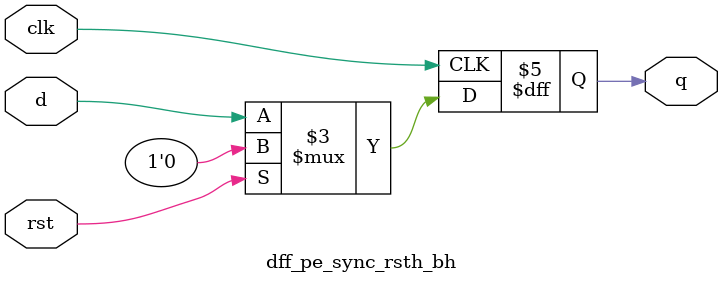
<source format=v>

module dff_pe_sync_rsth_bh(q,d,clk,rst);

input		d,clk,rst;
output	reg	q;

always @(posedge clk)
	if(rst)
		q <= 1'b0;
	else
		q <= d;

endmodule
</source>
